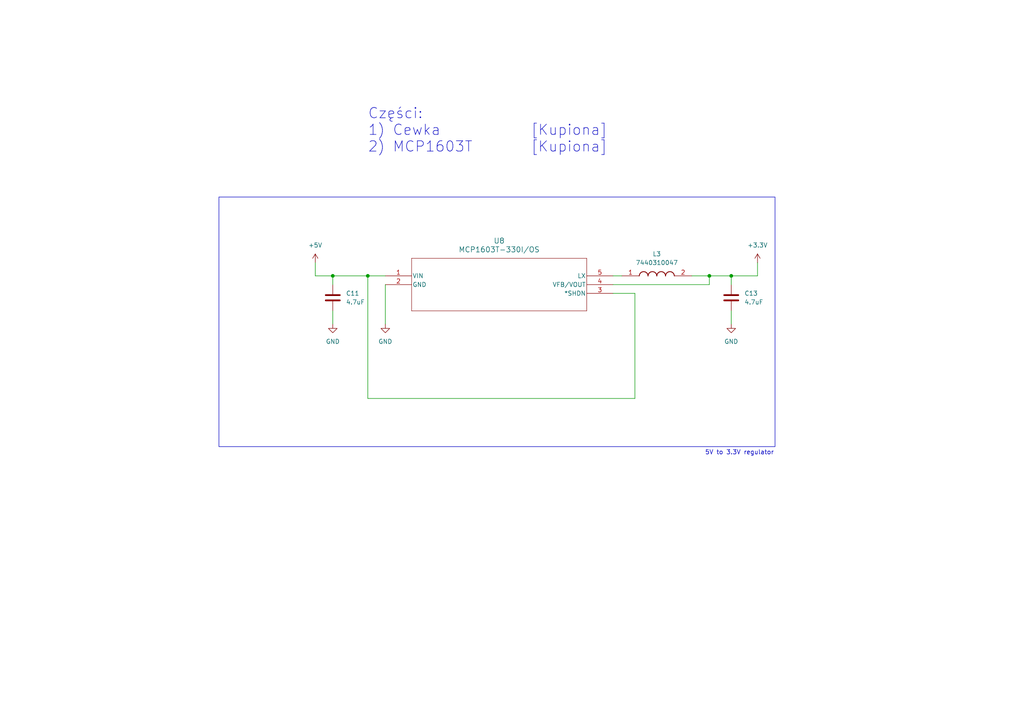
<source format=kicad_sch>
(kicad_sch (version 20230121) (generator eeschema)
  (paper "A4")
  (lib_symbols
    (symbol "7440310047:7440310047" (pin_names hide)
      (property "Reference" "L" (at 16.51 6.35 0))
      (property "Value" "7440310047" (at 16.51 3.81 0))
      (symbol "7440310047_1_1"
        (arc (start 7.62 0) (mid 6.35 1.219) (end 5.08 0) (stroke (width 0.254)))
        (arc (start 10.16 0) (mid 8.89 1.219) (end 7.62 0) (stroke (width 0.254)))
        (arc (start 12.7 0) (mid 11.43 1.219) (end 10.16 0) (stroke (width 0.254)))
        (arc (start 15.24 0) (mid 13.97 1.219) (end 12.7 0) (stroke (width 0.254)))
        (pin passive line (at 0 0 0) (length 5.08) (name "1") (number "1"))
        (pin passive line (at 20.32 0 180) (length 5.08) (name "2") (number "2"))
      )
    )
    (symbol "Device:C" (pin_numbers hide) (pin_names (offset 0.254))
      (property "Reference" "C" (at 0.635 2.54 0))
      (property "Value" "C" (at 0.635 -2.54 0))
      (symbol "C_0_1"
        (polyline (pts (xy -2.032 -0.762) (xy 2.032 -0.762)) (stroke (width 0.508)))
        (polyline (pts (xy -2.032 0.762) (xy 2.032 0.762)) (stroke (width 0.508)))
      )
      (symbol "C_1_1"
        (pin passive line (at 0 3.81 270) (length 2.794) (name "~") (number "1"))
        (pin passive line (at 0 -3.81 90) (length 2.794) (name "~") (number "2"))
      )
    )
    (symbol "MCP1603T_330I_OS:MCP1603T-330I_OS" (pin_names (offset 0.254))
      (property "Reference" "U" (at 33.02 10.16 0))
      (property "Value" "MCP1603T-330I/OS" (at 33.02 7.62 0))
      (symbol "MCP1603T-330I_OS_0_1"
        (polyline (pts (xy 7.62 -10.16) (xy 58.42 -10.16)) (stroke (width 0.127)))
        (polyline (pts (xy 7.62 5.08) (xy 7.62 -10.16)) (stroke (width 0.127)))
        (polyline (pts (xy 58.42 -10.16) (xy 58.42 5.08)) (stroke (width 0.127)))
        (polyline (pts (xy 58.42 5.08) (xy 7.62 5.08)) (stroke (width 0.127)))
        (pin unspecified line (at 0 0 0) (length 7.62) (name "VIN") (number "1"))
        (pin unspecified line (at 0 -2.54 0) (length 7.62) (name "GND") (number "2"))
        (pin unspecified line (at 66.04 -5.08 180) (length 7.62) (name "*SHDN") (number "3"))
        (pin unspecified line (at 66.04 -2.54 180) (length 7.62) (name "VFB/VOUT") (number "4"))
        (pin unspecified line (at 66.04 0 180) (length 7.62) (name "LX") (number "5"))
      )
    )
    (symbol "power:+3.3V" (power) (pin_names (offset 0))
      (property "Value" "+3.3V" (at 0 3.556 0))
      (symbol "+3.3V_0_1"
        (polyline (pts (xy -0.762 1.27) (xy 0 2.54)))
        (polyline (pts (xy 0 0) (xy 0 2.54)))
        (polyline (pts (xy 0 2.54) (xy 0.762 1.27)))
      )
      (symbol "+3.3V_1_1"
        (pin power_in line (at 0 0 90) (length 0) hide (name "+3.3V") (number "1"))
      )
    )
    (symbol "power:+5V" (power) (pin_names (offset 0))
      (property "Value" "+5V" (at 0 3.556 0))
      (symbol "+5V_0_1"
        (polyline (pts (xy -0.762 1.27) (xy 0 2.54)))
        (polyline (pts (xy 0 0) (xy 0 2.54)))
        (polyline (pts (xy 0 2.54) (xy 0.762 1.27)))
      )
      (symbol "+5V_1_1"
        (pin power_in line (at 0 0 90) (length 0) hide (name "+5V") (number "1"))
      )
    )
    (symbol "power:GND" (power) (pin_names (offset 0))
      (property "Value" "GND" (at 0 -3.81 0))
      (symbol "GND_0_1"
        (polyline (pts (xy 0 0) (xy 0 -1.27) (xy 1.27 -1.27) (xy 0 -2.54) (xy -1.27 -1.27) (xy 0 -1.27)))
      )
      (symbol "GND_1_1"
        (pin power_in line (at 0 0 270) (length 0) hide (name "GND") (number "1"))
      )
    )
  )
  (junction (at 106.68 80.01))
  (junction (at 96.52 80.01))
  (junction (at 205.74 80.01))
  (junction (at 212.09 80.01))
  (wire (pts (xy 205.74 82.55) (xy 205.74 80.01)))
  (wire (pts (xy 96.52 80.01) (xy 96.52 82.55)))
  (wire (pts (xy 111.76 82.55) (xy 111.76 93.98)))
  (wire (pts (xy 106.68 115.57) (xy 106.68 80.01)))
  (wire (pts (xy 106.68 80.01) (xy 96.52 80.01)))
  (wire (pts (xy 184.15 115.57) (xy 106.68 115.57)))
  (wire (pts (xy 96.52 90.17) (xy 96.52 93.98)))
  (wire (pts (xy 205.74 80.01) (xy 212.09 80.01)))
  (wire (pts (xy 177.8 80.01) (xy 180.34 80.01)))
  (wire (pts (xy 91.44 80.01) (xy 96.52 80.01)))
  (wire (pts (xy 212.09 90.17) (xy 212.09 93.98)))
  (wire (pts (xy 212.09 80.01) (xy 212.09 82.55)))
  (wire (pts (xy 177.8 82.55) (xy 205.74 82.55)))
  (wire (pts (xy 184.15 85.09) (xy 184.15 115.57)))
  (wire (pts (xy 200.66 80.01) (xy 205.74 80.01)))
  (wire (pts (xy 111.76 80.01) (xy 106.68 80.01)))
  (wire (pts (xy 91.44 80.01) (xy 91.44 76.2)))
  (wire (pts (xy 219.71 80.01) (xy 219.71 76.2)))
  (wire (pts (xy 212.09 80.01) (xy 219.71 80.01)))
  (wire (pts (xy 177.8 85.09) (xy 184.15 85.09)))
  (rectangle (start 63.5 57.15) (end 224.79 129.54))
  (text "5V to 3.3V regulator" (at 204.47 132.08 0) (effects (font (size 1.27 1.27)) (justify left bottom)))
  (text "Części:\n1) Cewka		[Kupiona]\n2) MCP1603T		[Kupiona]" (at 106.68 44.45 0) (effects (font (size 3 3)) (justify left bottom)))
  (symbol (lib_id "power:GND") (at 96.52 93.98 0) (unit 1)
    (property "Reference" "#PWR012" (effects hide))
    (property "Value" "GND" (at 96.52 99.06 0))
    (instances (project "Main-board" (path "" (reference "#PWR012") (unit 1)) (path "" (reference "#PWR070") (unit 1))))
  )
  (symbol (lib_id "MCP1603T_330I_OS:MCP1603T-330I_OS") (at 111.76 80.01 0) (unit 1)
    (property "Reference" "U8" (at 144.78 69.85 0) (effects (font (size 1.524 1.524))))
    (property "Value" "MCP1603T-330I/OS" (at 144.78 72.39 0) (effects (font (size 1.524 1.524))))
    (property "Footprint" "MCP1603T_330I_OS:TSOT5_MC_MCH" (effects hide))
    (property "Datasheet" "MCP1603T-330I/OS" (effects hide))
  )
  (symbol (lib_id "Device:C") (at 212.09 86.36 0) (unit 1)
    (property "Reference" "C13" (at 215.9 85.09 0) (effects (justify left)))
    (property "Value" "4.7uF" (at 215.9 87.63 0) (effects (justify left)))
    (property "Footprint" "Capacitor_SMD:C_1206_3216Metric" (effects hide))
  )
  (symbol (lib_id "power:GND") (at 212.09 93.98 0) (unit 1)
    (property "Reference" "#PWR012" (effects hide))
    (property "Value" "GND" (at 212.09 99.06 0))
    (instances (project "Main-board" (path "" (reference "#PWR012") (unit 1)) (path "" (reference "#PWR072") (unit 1))))
  )
  (symbol (lib_id "power:GND") (at 111.76 93.98 0) (unit 1)
    (property "Reference" "#PWR012" (effects hide))
    (property "Value" "GND" (at 111.76 99.06 0))
    (instances (project "Main-board" (path "" (reference "#PWR012") (unit 1)) (path "" (reference "#PWR069") (unit 1))))
  )
  (symbol (lib_id "7440310047:7440310047") (at 180.34 80.01 0) (unit 1)
    (property "Reference" "L3" (at 190.5 73.66 0))
    (property "Value" "7440310047" (at 190.5 76.2 0))
    (property "Footprint" "WE-TPC_381692" (effects hide))
    (property "Mouser Part Number" "710-7440310047" (effects hide))
    (property "Mouser Price/Stock" "https://www.mouser.co.uk/ProductDetail/Wurth-Elektronik/7440310047?qs=XJfXErqHgA4kJb%252BwT4RLSw%3D%3D" (effects hide))
    (property "Manufacturer_Name" "Wurth Elektronik" (effects hide))
    (property "Manufacturer_Part_Number" "7440310047" (effects hide))
  )
  (symbol (lib_id "power:+3.3V") (at 219.71 76.2 0) (unit 1)
    (property "Reference" "#PWR022" (effects hide))
    (property "Value" "+3.3V" (at 219.71 71.12 0))
    (instances (project "Main-board" (path "" (reference "#PWR022") (unit 1)) (path "" (reference "#PWR046") (unit 1)) (path "" (reference "#PWR068") (unit 1))))
  )
  (symbol (lib_id "Device:C") (at 96.52 86.36 0) (unit 1)
    (property "Reference" "C11" (at 100.33 85.09 0) (effects (justify left)))
    (property "Value" "4.7uF" (at 100.33 87.63 0) (effects (justify left)))
    (property "Footprint" "Capacitor_SMD:C_1206_3216Metric" (effects hide))
  )
  (symbol (lib_id "power:+5V") (at 91.44 76.2 0) (unit 1)
    (property "Reference" "#PWR01" (effects hide))
    (property "Value" "+5V" (at 91.44 71.12 0))
    (instances (project "Main-board" (path "" (reference "#PWR01") (unit 1)) (path "" (reference "#PWR044") (unit 1)) (path "" (reference "#PWR067") (unit 1))))
  )
)
</source>
